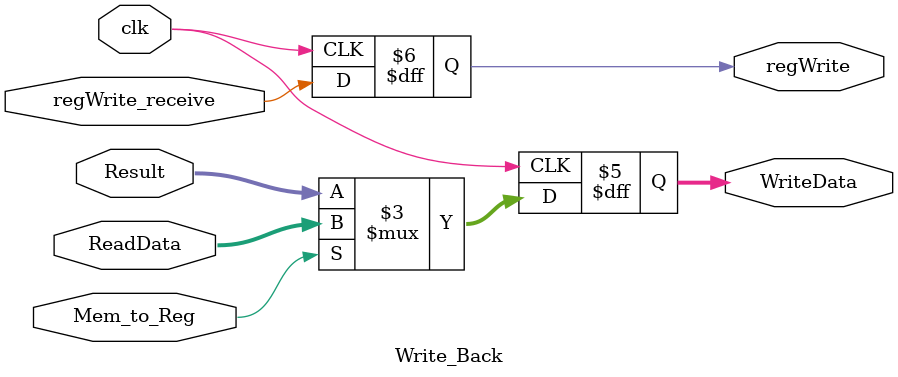
<source format=v>

module Write_Back (
    clk,
    Result, ReadData, WriteData,
    Mem_to_Reg, regWrite_receive, regWrite
);

input clk;

input [63:0] Result, ReadData;
output reg [63:0] WriteData;

input Mem_to_Reg, regWrite_receive;
output reg regWrite;


always @(posedge clk)
begin

    if(Mem_to_Reg)
        WriteData = ReadData;   //Data written to register will be from memory
    else
        WriteData = Result; 

    regWrite = regWrite_receive;

end
    
endmodule
</source>
